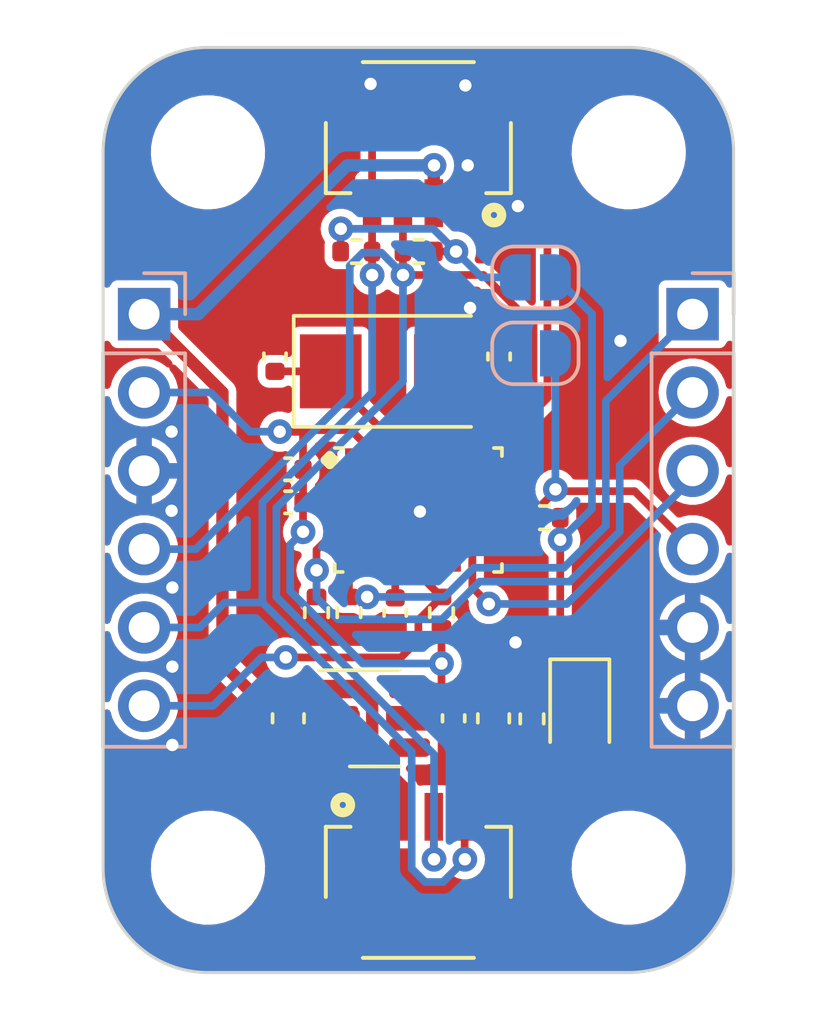
<source format=kicad_pcb>
(kicad_pcb (version 20221018) (generator pcbnew)
  (layers (0 "F.Cu" signal) (31 "B.Cu" signal) (34 "B.Paste" user) (35 "F.Paste" user) (36 "B.SilkS" user "B.Silkscreen") (37 "F.SilkS" user "F.Silkscreen") (38 "B.Mask" user) (39 "F.Mask" user) (44 "Edge.Cuts" user))
  (net 0 "")
  (net 1 "VDD")
  (net 2 "GND")
  (net 3 "+3V3")
  (net 4 "Net-(U1-CAP)")
  (net 5 "Net-(U1-XOUT32)")
  (net 6 "Net-(U1-XIN32)")
  (net 7 "Net-(D1-A)")
  (net 8 "/SDA")
  (net 9 "/SCL")
  (net 10 "/~{RST}")
  (net 11 "/PS0")
  (net 12 "/PS1")
  (net 13 "/INT")
  (net 14 "/I2C_ADDR")
  (net 25 "Net-(JP2-A)")
  (footprint "SM04B-SRSS-TB_LF__SN_:JST_SM04B-SRSS-TB_LF__SN_" (layer "F.Cu") (at 140.2842 87.5354 180)
    (fp_text reference "J3" hide)
    (fp_text value "I2C")
    (fp_line (start -3 0.325) (end -3 2.6) (stroke (width 0.127)) (layer "F.SilkS"))
    (fp_line (start -2.2 0.325) (end -3 0.325) (stroke (width 0.127)) (layer "F.SilkS"))
    (fp_line (start -1.8 4.575) (end 1.8 4.575) (stroke (width 0.127)) (layer "F.SilkS"))
    (fp_line (start 2.2 0.325) (end 3 0.325) (stroke (width 0.127)) (layer "F.SilkS"))
    (fp_line (start 3 0.325) (end 3 2.6) (stroke (width 0.127)) (layer "F.SilkS"))
    (fp_circle (center -2.45 -0.385) (end -2.35 -0.385) (stroke (width 0.3)) (fill none) (layer "F.SilkS"))
    (pad "1" smd rect (at -1.5 0 180) (size 0.6 1.55) (layers "F.Cu" "F.Paste" "F.Mask") (net 2 "GND"))
    (pad "2" smd rect (at -0.5 0 180) (size 0.6 1.55) (layers "F.Cu" "F.Paste" "F.Mask") (net 1 "VDD"))
    (pad "3" smd rect (at 0.5 0 180) (size 0.6 1.55) (layers "F.Cu" "F.Paste" "F.Mask") (net 8 "/SDA"))
    (pad "4" smd rect (at 1.5 0 180) (size 0.6 1.55) (layers "F.Cu" "F.Paste" "F.Mask") (net 9 "/SCL"))
    (pad "S1" smd rect (at -2.8 3.875) (size 1.2 1.8) (layers "F.Cu" "F.Paste" "F.Mask") (net 2 "GND"))
    (pad "S2" smd rect (at 2.8 3.875) (size 1.2 1.8) (layers "F.Cu" "F.Paste" "F.Mask") (net 2 "GND"))
  )
  (footprint "Resistor_SMD:R_0402_1005Metric" (layer "F.Cu") (at 141.0342 100.8146 90)
    (fp_text reference "R7" hide)
    (fp_text value "10K")
    (fp_line (start -0.153641 -0.38) (end 0.153641 -0.38) (stroke (width 0.12)) (layer "F.SilkS"))
    (fp_line (start -0.153641 0.38) (end 0.153641 0.38) (stroke (width 0.12)) (layer "F.SilkS"))
    (pad "1" smd roundrect (at -0.51 0 90) (size 0.54 0.64) (layers "F.Cu" "F.Paste" "F.Mask") (net 3 "+3V3"))
    (pad "2" smd roundrect (at 0.51 0 90) (size 0.54 0.64) (layers "F.Cu" "F.Paste" "F.Mask") (net 10 "/~{RST}"))
  )
  (footprint "MountingHole:MountingHole_3.2mm_M3" (layer "F.Cu") (at 147.1042 109.085)
    (fp_text reference "H4" hide)
    (fp_text value "MountingHole")
    (pad "" np_thru_hole circle (at 0 0) (size 3.2 3.2) (drill 3.2) (layers "*.Cu" "*.Mask"))
  )
  (footprint "Resistor_SMD:R_0402_1005Metric" (layer "F.Cu") (at 144.3736 97.7352 180)
    (fp_text reference "R3" hide)
    (fp_text value "10K")
    (fp_line (start -0.153641 -0.38) (end 0.153641 -0.38) (stroke (width 0.12)) (layer "F.SilkS"))
    (fp_line (start -0.153641 0.38) (end 0.153641 0.38) (stroke (width 0.12)) (layer "F.SilkS"))
    (pad "1" smd roundrect (at -0.51 0 180) (size 0.54 0.64) (layers "F.Cu" "F.Paste" "F.Mask") (net 3 "+3V3"))
    (pad "2" smd roundrect (at 0.51 0 180) (size 0.54 0.64) (layers "F.Cu" "F.Paste" "F.Mask") (net 14 "/I2C_ADDR"))
  )
  (footprint "Resistor_SMD:R_0402_1005Metric" (layer "F.Cu") (at 143.9672 104.259 -90)
    (fp_text reference "R4" hide)
    (fp_text value "2K2")
    (fp_line (start -0.153641 -0.38) (end 0.153641 -0.38) (stroke (width 0.12)) (layer "F.SilkS"))
    (fp_line (start -0.153641 0.38) (end 0.153641 0.38) (stroke (width 0.12)) (layer "F.SilkS"))
    (pad "1" smd roundrect (at -0.51 0 270) (size 0.54 0.64) (layers "F.Cu" "F.Paste" "F.Mask") (net 3 "+3V3"))
    (pad "2" smd roundrect (at 0.51 0 270) (size 0.54 0.64) (layers "F.Cu" "F.Paste" "F.Mask") (net 7 "Net-(D1-A)"))
  )
  (footprint "Capacitor_SMD:C_0402_1005Metric" (layer "F.Cu") (at 136.0658 97.2352 180)
    (fp_text reference "C5" hide)
    (fp_text value "100nF")
    (fp_line (start -0.107836 -0.36) (end 0.107836 -0.36) (stroke (width 0.12)) (layer "F.SilkS"))
    (fp_line (start -0.107836 0.36) (end 0.107836 0.36) (stroke (width 0.12)) (layer "F.SilkS"))
    (pad "1" smd roundrect (at -0.48 0 180) (size 0.56 0.62) (layers "F.Cu" "F.Paste" "F.Mask") (net 3 "+3V3"))
    (pad "2" smd roundrect (at 0.48 0 180) (size 0.56 0.62) (layers "F.Cu" "F.Paste" "F.Mask") (net 2 "GND"))
  )
  (footprint "SM04B-SRSS-TB_LF__SN_:JST_SM04B-SRSS-TB_LF__SN_" (layer "F.Cu") (at 140.2842 107.435)
    (fp_text reference "J4" hide)
    (fp_text value "I2C")
    (fp_line (start -3 0.325) (end -3 2.6) (stroke (width 0.127)) (layer "F.SilkS"))
    (fp_line (start -2.2 0.325) (end -3 0.325) (stroke (width 0.127)) (layer "F.SilkS"))
    (fp_line (start -1.8 4.575) (end 1.8 4.575) (stroke (width 0.127)) (layer "F.SilkS"))
    (fp_line (start 2.2 0.325) (end 3 0.325) (stroke (width 0.127)) (layer "F.SilkS"))
    (fp_line (start 3 0.325) (end 3 2.6) (stroke (width 0.127)) (layer "F.SilkS"))
    (fp_circle (center -2.45 -0.385) (end -2.35 -0.385) (stroke (width 0.3)) (fill none) (layer "F.SilkS"))
    (pad "1" smd rect (at -1.5 0) (size 0.6 1.55) (layers "F.Cu" "F.Paste" "F.Mask") (net 2 "GND"))
    (pad "2" smd rect (at -0.5 0) (size 0.6 1.55) (layers "F.Cu" "F.Paste" "F.Mask") (net 1 "VDD"))
    (pad "3" smd rect (at 0.5 0) (size 0.6 1.55) (layers "F.Cu" "F.Paste" "F.Mask") (net 8 "/SDA"))
    (pad "4" smd rect (at 1.5 0) (size 0.6 1.55) (layers "F.Cu" "F.Paste" "F.Mask") (net 9 "/SCL"))
    (pad "S1" smd rect (at -2.8 3.875 180) (size 1.2 1.8) (layers "F.Cu" "F.Paste" "F.Mask") (net 2 "GND"))
    (pad "S2" smd rect (at 2.8 3.875 180) (size 1.2 1.8) (layers "F.Cu" "F.Paste" "F.Mask") (net 2 "GND"))
  )
  (footprint "LED_SMD:LED_0805_2012Metric" (layer "F.Cu") (at 145.5166 104.013 -90)
    (fp_text reference "D1" hide)
    (fp_text value "LED")
    (fp_line (start -1.685 -0.96) (end -1.685 0.96) (stroke (width 0.12)) (layer "F.SilkS"))
    (fp_line (start -1.685 0.96) (end 1 0.96) (stroke (width 0.12)) (layer "F.SilkS"))
    (fp_line (start 1 -0.96) (end -1.685 -0.96) (stroke (width 0.12)) (layer "F.SilkS"))
    (pad "1" smd roundrect (at -0.9375 0 270) (size 0.975 1.4) (layers "F.Cu" "F.Paste" "F.Mask") (net 2 "GND"))
    (pad "2" smd roundrect (at 0.9375 0 270) (size 0.975 1.4) (layers "F.Cu" "F.Paste" "F.Mask") (net 7 "Net-(D1-A)"))
  )
  (footprint "Capacitor_SMD:C_0402_1005Metric" (layer "F.Cu") (at 142.9004 92.5094 90)
    (fp_text reference "C7" hide)
    (fp_text value "22p")
    (fp_line (start -0.107836 -0.36) (end 0.107836 -0.36) (stroke (width 0.12)) (layer "F.SilkS"))
    (fp_line (start -0.107836 0.36) (end 0.107836 0.36) (stroke (width 0.12)) (layer "F.SilkS"))
    (pad "1" smd roundrect (at -0.48 0 90) (size 0.56 0.62) (layers "F.Cu" "F.Paste" "F.Mask") (net 5 "Net-(U1-XOUT32)"))
    (pad "2" smd roundrect (at 0.48 0 90) (size 0.56 0.62) (layers "F.Cu" "F.Paste" "F.Mask") (net 2 "GND"))
  )
  (footprint "Resistor_SMD:R_0402_1005Metric" (layer "F.Cu") (at 140.2942 89.1032 180)
    (fp_text reference "R1" hide)
    (fp_text value "2K2")
    (fp_line (start -0.153641 -0.38) (end 0.153641 -0.38) (stroke (width 0.12)) (layer "F.SilkS"))
    (fp_line (start -0.153641 0.38) (end 0.153641 0.38) (stroke (width 0.12)) (layer "F.SilkS"))
    (pad "1" smd roundrect (at -0.51 0 180) (size 0.54 0.64) (layers "F.Cu" "F.Paste" "F.Mask") (net 25 "Net-(JP2-A)"))
    (pad "2" smd roundrect (at 0.51 0 180) (size 0.54 0.64) (layers "F.Cu" "F.Paste" "F.Mask") (net 8 "/SDA"))
  )
  (footprint "Crystal:Crystal_SMD_5032-2Pin_5.0x3.2mm" (layer "F.Cu") (at 139.2936 92.9894)
    (fp_text reference "Y1" hide)
    (fp_text value "32.768KHz")
    (fp_line (start -3.05 -1.8) (end -3.05 1.8) (stroke (width 0.12)) (layer "F.SilkS"))
    (fp_line (start -3.05 1.8) (end 2.7 1.8) (stroke (width 0.12)) (layer "F.SilkS"))
    (fp_line (start 2.7 -1.8) (end -3.05 -1.8) (stroke (width 0.12)) (layer "F.SilkS"))
    (pad "1" smd rect (at -1.85 0) (size 2 2.4) (layers "F.Cu" "F.Paste" "F.Mask") (net 6 "Net-(U1-XIN32)"))
    (pad "2" smd rect (at 1.85 0) (size 2 2.4) (layers "F.Cu" "F.Paste" "F.Mask") (net 5 "Net-(U1-XOUT32)"))
  )
  (footprint "Package_TO_SOT_SMD:SOT-23-5" (layer "F.Cu") (at 138.8618 104.2416)
    (fp_text reference "U2" hide)
    (fp_text value "AP2112K-3.3")
    (fp_line (start 0 -1.56) (end -1.8 -1.56) (stroke (width 0.12)) (layer "F.SilkS"))
    (fp_line (start 0 -1.56) (end 0.8 -1.56) (stroke (width 0.12)) (layer "F.SilkS"))
    (fp_line (start 0 1.56) (end -0.8 1.56) (stroke (width 0.12)) (layer "F.SilkS"))
    (fp_line (start 0 1.56) (end 0.8 1.56) (stroke (width 0.12)) (layer "F.SilkS"))
    (pad "1" smd roundrect (at -1.1375 -0.95) (size 1.325 0.6) (layers "F.Cu" "F.Paste" "F.Mask") (net 1 "VDD"))
    (pad "2" smd roundrect (at -1.1375 0) (size 1.325 0.6) (layers "F.Cu" "F.Paste" "F.Mask") (net 2 "GND"))
    (pad "3" smd roundrect (at -1.1375 0.95) (size 1.325 0.6) (layers "F.Cu" "F.Paste" "F.Mask") (net 1 "VDD"))
    (pad "4" smd roundrect (at 1.1375 0.95) (size 1.325 0.6) (layers "F.Cu" "F.Paste" "F.Mask"))
    (pad "5" smd roundrect (at 1.1375 -0.95) (size 1.325 0.6) (layers "F.Cu" "F.Paste" "F.Mask") (net 3 "+3V3"))
  )
  (footprint "Resistor_SMD:R_0402_1005Metric" (layer "F.Cu") (at 138.0342 100.8146 -90)
    (fp_text reference "R5" hide)
    (fp_text value "10K")
    (fp_line (start -0.153641 -0.38) (end 0.153641 -0.38) (stroke (width 0.12)) (layer "F.SilkS"))
    (fp_line (start -0.153641 0.38) (end 0.153641 0.38) (stroke (width 0.12)) (layer "F.SilkS"))
    (pad "1" smd roundrect (at -0.51 0 270) (size 0.54 0.64) (layers "F.Cu" "F.Paste" "F.Mask") (net 11 "/PS0"))
    (pad "2" smd roundrect (at 0.51 0 270) (size 0.54 0.64) (layers "F.Cu" "F.Paste" "F.Mask") (net 2 "GND"))
  )
  (footprint "MountingHole:MountingHole_3.2mm_M3" (layer "F.Cu") (at 147.1042 85.8854)
    (fp_text reference "H3" hide)
    (fp_text value "MountingHole")
    (pad "" np_thru_hole circle (at 0 0) (size 3.2 3.2) (drill 3.2) (layers "*.Cu" "*.Mask"))
  )
  (footprint "Capacitor_SMD:C_0402_1005Metric" (layer "F.Cu") (at 139.5342 100.8146 -90)
    (fp_text reference "C6" hide)
    (fp_text value "100nF")
    (fp_line (start -0.107836 -0.36) (end 0.107836 -0.36) (stroke (width 0.12)) (layer "F.SilkS"))
    (fp_line (start -0.107836 0.36) (end 0.107836 0.36) (stroke (width 0.12)) (layer "F.SilkS"))
    (pad "1" smd roundrect (at -0.48 0 270) (size 0.56 0.62) (layers "F.Cu" "F.Paste" "F.Mask") (net 4 "Net-(U1-CAP)"))
    (pad "2" smd roundrect (at 0.48 0 270) (size 0.56 0.62) (layers "F.Cu" "F.Paste" "F.Mask") (net 2 "GND"))
  )
  (footprint "MountingHole:MountingHole_3.2mm_M3" (layer "F.Cu") (at 133.4642 85.8854)
    (fp_text reference "H1" hide)
    (fp_text value "MountingHole")
    (pad "" np_thru_hole circle (at 0 0) (size 3.2 3.2) (drill 3.2) (layers "*.Cu" "*.Mask"))
  )
  (footprint "Capacitor_SMD:C_0603_1608Metric" (layer "F.Cu") (at 142.7226 104.2416 -90)
    (fp_text reference "C4" hide)
    (fp_text value "4u7")
    (fp_line (start -0.14058 -0.51) (end 0.14058 -0.51) (stroke (width 0.12)) (layer "F.SilkS"))
    (fp_line (start -0.14058 0.51) (end 0.14058 0.51) (stroke (width 0.12)) (layer "F.SilkS"))
    (pad "1" smd roundrect (at -0.775 0 270) (size 0.9 0.95) (layers "F.Cu" "F.Paste" "F.Mask") (net 3 "+3V3"))
    (pad "2" smd roundrect (at 0.775 0 270) (size 0.9 0.95) (layers "F.Cu" "F.Paste" "F.Mask") (net 2 "GND"))
  )
  (footprint "Capacitor_SMD:C_0402_1005Metric" (layer "F.Cu") (at 141.4272 104.2416 -90)
    (fp_text reference "C3" hide)
    (fp_text value "100nF")
    (fp_line (start -0.107836 -0.36) (end 0.107836 -0.36) (stroke (width 0.12)) (layer "F.SilkS"))
    (fp_line (start -0.107836 0.36) (end 0.107836 0.36) (stroke (width 0.12)) (layer "F.SilkS"))
    (pad "1" smd roundrect (at -0.48 0 270) (size 0.56 0.62) (layers "F.Cu" "F.Paste" "F.Mask") (net 3 "+3V3"))
    (pad "2" smd roundrect (at 0.48 0 270) (size 0.56 0.62) (layers "F.Cu" "F.Paste" "F.Mask") (net 2 "GND"))
  )
  (footprint "Package_LGA:LGA-28_5.2x3.8mm_P0.5mm" (layer "F.Cu") (at 140.2842 97.4852)
    (fp_text reference "U1" hide)
    (fp_text value "BNO055")
    (fp_line (start -2.71 -2.01) (end -2.45 -2.01) (stroke (width 0.12)) (layer "F.SilkS"))
    (fp_line (start -2.71 2.01) (end -2.71 1.75) (stroke (width 0.12)) (layer "F.SilkS"))
    (fp_line (start -2.71 2.01) (end -2.45 2.01) (stroke (width 0.12)) (layer "F.SilkS"))
    (fp_line (start 2.71 -2.01) (end 2.45 -2.01) (stroke (width 0.12)) (layer "F.SilkS"))
    (fp_line (start 2.71 -2.01) (end 2.71 -1.75) (stroke (width 0.12)) (layer "F.SilkS"))
    (fp_line (start 2.71 2.01) (end 2.45 2.01) (stroke (width 0.12)) (layer "F.SilkS"))
    (fp_line (start 2.71 2.01) (end 2.71 1.75) (stroke (width 0.12)) (layer "F.SilkS"))
    (pad "1" smd rect (at -2.25 -1.6625) (size 0.254 0.675) (layers "F.Cu" "F.Paste" "F.Mask"))
    (pad "2" smd rect (at -2.3875 -0.75 90) (size 0.254 0.675) (layers "F.Cu" "F.Paste" "F.Mask") (net 2 "GND"))
    (pad "3" smd rect (at -2.3875 -0.25 90) (size 0.254 0.675) (layers "F.Cu" "F.Paste" "F.Mask") (net 3 "+3V3"))
    (pad "4" smd rect (at -2.3875 0.25 90) (size 0.254 0.675) (layers "F.Cu" "F.Paste" "F.Mask") (net 3 "+3V3"))
    (pad "5" smd rect (at -2.3875 0.75 90) (size 0.254 0.675) (layers "F.Cu" "F.Paste" "F.Mask") (net 12 "/PS1"))
    (pad "6" smd rect (at -2.25 1.6625) (size 0.254 0.675) (layers "F.Cu" "F.Paste" "F.Mask") (net 11 "/PS0"))
    (pad "7" smd rect (at -1.75 1.6625) (size 0.254 0.675) (layers "F.Cu" "F.Paste" "F.Mask"))
    (pad "8" smd rect (at -1.25 1.6625) (size 0.254 0.675) (layers "F.Cu" "F.Paste" "F.Mask"))
    (pad "9" smd rect (at -0.75 1.6625) (size 0.254 0.675) (layers "F.Cu" "F.Paste" "F.Mask") (net 4 "Net-(U1-CAP)"))
    (pad "10" smd rect (at -0.25 1.6625) (size 0.254 0.675) (layers "F.Cu" "F.Paste" "F.Mask") (net 2 "GND"))
    (pad "11" smd rect (at 0.25 1.6625) (size 0.254 0.675) (layers "F.Cu" "F.Paste" "F.Mask") (net 10 "/~{RST}"))
    (pad "12" smd rect (at 0.75 1.6625) (size 0.254 0.675) (layers "F.Cu" "F.Paste" "F.Mask"))
    (pad "13" smd rect (at 1.25 1.6625) (size 0.254 0.675) (layers "F.Cu" "F.Paste" "F.Mask"))
    (pad "14" smd rect (at 1.75 1.6625) (size 0.254 0.675) (layers "F.Cu" "F.Paste" "F.Mask") (net 13 "/INT"))
    (pad "15" smd rect (at 2.25 1.6625) (size 0.254 0.675) (layers "F.Cu" "F.Paste" "F.Mask") (net 2 "GND"))
    (pad "16" smd rect (at 2.3875 0.75 90) (size 0.254 0.675) (layers "F.Cu" "F.Paste" "F.Mask") (net 2 "GND"))
    (pad "17" smd rect (at 2.3875 0.25 90) (size 0.254 0.675) (layers "F.Cu" "F.Paste" "F.Mask") (net 14 "/I2C_ADDR"))
    (pad "18" smd rect (at 2.3875 -0.25 90) (size 0.254 0.675) (layers "F.Cu" "F.Paste" "F.Mask") (net 2 "GND"))
    (pad "19" smd rect (at 2.3875 -0.75 90) (size 0.254 0.675) (layers "F.Cu" "F.Paste" "F.Mask") (net 9 "/SCL"))
    (pad "20" smd rect (at 2.25 -1.6625) (size 0.254 0.675) (layers "F.Cu" "F.Paste" "F.Mask") (net 8 "/SDA"))
    (pad "21" smd rect (at 1.75 -1.6625) (size 0.254 0.675) (layers "F.Cu" "F.Paste" "F.Mask"))
    (pad "22" smd rect (at 1.25 -1.6625) (size 0.254 0.675) (layers "F.Cu" "F.Paste" "F.Mask"))
    (pad "23" smd rect (at 0.75 -1.6625) (size 0.254 0.675) (layers "F.Cu" "F.Paste" "F.Mask"))
    (pad "24" smd rect (at 0.25 -1.6625) (size 0.254 0.675) (layers "F.Cu" "F.Paste" "F.Mask"))
    (pad "25" smd rect (at -0.25 -1.6625) (size 0.254 0.675) (layers "F.Cu" "F.Paste" "F.Mask") (net 2 "GND"))
    (pad "26" smd rect (at -0.75 -1.6625) (size 0.254 0.675) (layers "F.Cu" "F.Paste" "F.Mask") (net 5 "Net-(U1-XOUT32)"))
    (pad "27" smd rect (at -1.25 -1.6625) (size 0.254 0.675) (layers "F.Cu" "F.Paste" "F.Mask") (net 6 "Net-(U1-XIN32)"))
    (pad "28" smd rect (at -1.75 -1.6625) (size 0.254 0.675) (layers "F.Cu" "F.Paste" "F.Mask") (net 3 "+3V3"))
  )
  (footprint "Capacitor_SMD:C_0402_1005Metric" (layer "F.Cu") (at 136.0658 96.1644 180)
    (fp_text reference "C2" hide)
    (fp_text value "100nF")
    (fp_line (start -0.107836 -0.36) (end 0.107836 -0.36) (stroke (width 0.12)) (layer "F.SilkS"))
    (fp_line (start -0.107836 0.36) (end 0.107836 0.36) (stroke (width 0.12)) (layer "F.SilkS"))
    (pad "1" smd roundrect (at -0.48 0 180) (size 0.56 0.62) (layers "F.Cu" "F.Paste" "F.Mask") (net 3 "+3V3"))
    (pad "2" smd roundrect (at 0.48 0 180) (size 0.56 0.62) (layers "F.Cu" "F.Paste" "F.Mask") (net 2 "GND"))
  )
  (footprint "MountingHole:MountingHole_3.2mm_M3" (layer "F.Cu") (at 133.4642 109.085)
    (fp_text reference "H2" hide)
    (fp_text value "MountingHole")
    (pad "" np_thru_hole circle (at 0 0) (size 3.2 3.2) (drill 3.2) (layers "*.Cu" "*.Mask"))
  )
  (footprint "Capacitor_SMD:C_0603_1608Metric" (layer "F.Cu") (at 136.0678 104.2416 -90)
    (fp_text reference "C1" hide)
    (fp_text value "2u2")
    (fp_line (start -0.14058 -0.51) (end 0.14058 -0.51) (stroke (width 0.12)) (layer "F.SilkS"))
    (fp_line (start -0.14058 0.51) (end 0.14058 0.51) (stroke (width 0.12)) (layer "F.SilkS"))
    (pad "1" smd roundrect (at -0.775 0 270) (size 0.9 0.95) (layers "F.Cu" "F.Paste" "F.Mask") (net 1 "VDD"))
    (pad "2" smd roundrect (at 0.775 0 270) (size 0.9 0.95) (layers "F.Cu" "F.Paste" "F.Mask") (net 2 "GND"))
  )
  (footprint "Capacitor_SMD:C_0402_1005Metric" (layer "F.Cu") (at 135.636 92.5094 90)
    (fp_text reference "C8" hide)
    (fp_text value "22p")
    (fp_line (start -0.107836 -0.36) (end 0.107836 -0.36) (stroke (width 0.12)) (layer "F.SilkS"))
    (fp_line (start -0.107836 0.36) (end 0.107836 0.36) (stroke (width 0.12)) (layer "F.SilkS"))
    (pad "1" smd roundrect (at -0.48 0 90) (size 0.56 0.62) (layers "F.Cu" "F.Paste" "F.Mask") (net 6 "Net-(U1-XIN32)"))
    (pad "2" smd roundrect (at 0.48 0 90) (size 0.56 0.62) (layers "F.Cu" "F.Paste" "F.Mask") (net 2 "GND"))
  )
  (footprint "Resistor_SMD:R_0402_1005Metric" (layer "F.Cu") (at 138.2742 89.1032)
    (fp_text reference "R2" hide)
    (fp_text value "2K2")
    (fp_line (start -0.153641 -0.38) (end 0.153641 -0.38) (stroke (width 0.12)) (layer "F.SilkS"))
    (fp_line (start -0.153641 0.38) (end 0.153641 0.38) (stroke (width 0.12)) (layer "F.SilkS"))
    (pad "1" smd roundrect (at -0.51 0) (size 0.54 0.64) (layers "F.Cu" "F.Paste" "F.Mask") (net 25 "Net-(JP2-A)"))
    (pad "2" smd roundrect (at 0.51 0) (size 0.54 0.64) (layers "F.Cu" "F.Paste" "F.Mask") (net 9 "/SCL"))
  )
  (footprint "Resistor_SMD:R_0402_1005Metric" (layer "F.Cu") (at 136.9822 100.8146 -90)
    (fp_text reference "R6" hide)
    (fp_text value "10K")
    (fp_line (start -0.153641 -0.38) (end 0.153641 -0.38) (stroke (width 0.12)) (layer "F.SilkS"))
    (fp_line (start -0.153641 0.38) (end 0.153641 0.38) (stroke (width 0.12)) (layer "F.SilkS"))
    (pad "1" smd roundrect (at -0.51 0 270) (size 0.54 0.64) (layers "F.Cu" "F.Paste" "F.Mask") (net 12 "/PS1"))
    (pad "2" smd roundrect (at 0.51 0 270) (size 0.54 0.64) (layers "F.Cu" "F.Paste" "F.Mask") (net 2 "GND"))
  )
  (footprint "Jumper:SolderJumper-2_P1.3mm_Open_RoundedPad1.0x1.5mm" (layer "B.Cu") (at 144.077032 89.9414)
    (fp_text reference "JP2" hide)
    (fp_text value "JMP")
    (fp_line (start -1.4 -0.3) (end -1.4 0.3) (stroke (width 0.12)) (layer "B.SilkS"))
    (fp_line (start -0.7 1) (end 0.7 1) (stroke (width 0.12)) (layer "B.SilkS"))
    (fp_line (start 0.7 -1) (end -0.7 -1) (stroke (width 0.12)) (layer "B.SilkS"))
    (fp_line (start 1.4 0.3) (end 1.4 -0.3) (stroke (width 0.12)) (layer "B.SilkS"))
    (fp_arc (start -1.4 -0.3) (mid -1.194975 -0.794975) (end -0.7 -1) (stroke (width 0.12)) (layer "B.SilkS"))
    (fp_arc (start -0.7 1) (mid -1.194975 0.794975) (end -1.4 0.3) (stroke (width 0.12)) (layer "B.SilkS"))
    (fp_arc (start 0.7 -1) (mid 1.194975 -0.794975) (end 1.4 -0.3) (stroke (width 0.12)) (layer "B.SilkS"))
    (fp_arc (start 1.4 0.3) (mid 1.194975 0.794975) (end 0.7 1) (stroke (width 0.12)) (layer "B.SilkS"))
    (pad "1" smd custom (at -0.65 0) (size 1 0.5) (layers "B.Cu" "B.Mask") (net 25 "Net-(JP2-A)") (options (clearance outline) (anchor rect)) (primitives (gr_circle (center 0 -0.25) (end 0.5 -0.25) (width 0) (fill yes)) (gr_circle (center 0 0.25) (end 0.5 0.25) (width 0) (fill yes)) (gr_poly (pts (xy 0.5 -0.75) (xy 0 -0.75) (xy 0 0.75) (xy 0.5 0.75)) (width 0) (fill yes))))
    (pad "2" smd custom (at 0.65 0) (size 1 0.5) (layers "B.Cu" "B.Mask") (net 3 "+3V3") (options (clearance outline) (anchor rect)) (primitives (gr_circle (center 0 -0.25) (end 0.5 -0.25) (width 0) (fill yes)) (gr_circle (center 0 0.25) (end 0.5 0.25) (width 0) (fill yes)) (gr_poly (pts (xy 0 -0.75) (xy -0.5 -0.75) (xy -0.5 0.75) (xy 0 0.75)) (width 0) (fill yes))))
  )
  (footprint "Jumper:SolderJumper-2_P1.3mm_Open_RoundedPad1.0x1.5mm" (layer "B.Cu") (at 144.077032 92.4052)
    (fp_text reference "JP1" hide)
    (fp_text value "JMP")
    (fp_line (start -1.4 -0.3) (end -1.4 0.3) (stroke (width 0.12)) (layer "B.SilkS"))
    (fp_line (start -0.7 1) (end 0.7 1) (stroke (width 0.12)) (layer "B.SilkS"))
    (fp_line (start 0.7 -1) (end -0.7 -1) (stroke (width 0.12)) (layer "B.SilkS"))
    (fp_line (start 1.4 0.3) (end 1.4 -0.3) (stroke (width 0.12)) (layer "B.SilkS"))
    (fp_arc (start -1.4 -0.3) (mid -1.194975 -0.794975) (end -0.7 -1) (stroke (width 0.12)) (layer "B.SilkS"))
    (fp_arc (start -0.7 1) (mid -1.194975 0.794975) (end -1.4 0.3) (stroke (width 0.12)) (layer "B.SilkS"))
    (fp_arc (start 0.7 -1) (mid 1.194975 -0.794975) (end 1.4 -0.3) (stroke (width 0.12)) (layer "B.SilkS"))
    (fp_arc (start 1.4 0.3) (mid 1.194975 0.794975) (end 0.7 1) (stroke (width 0.12)) (layer "B.SilkS"))
    (pad "1" smd custom (at -0.65 0) (size 1 0.5) (layers "B.Cu" "B.Mask") (net 2 "GND") (options (clearance outline) (anchor rect)) (primitives (gr_circle (center 0 -0.25) (end 0.5 -0.25) (width 0) (fill yes)) (gr_circle (center 0 0.25) (end 0.5 0.25) (width 0) (fill yes)) (gr_poly (pts (xy 0.5 -0.75) (xy 0 -0.75) (xy 0 0.75) (xy 0.5 0.75)) (width 0) (fill yes))))
    (pad "2" smd custom (at 0.65 0) (size 1 0.5) (layers "B.Cu" "B.Mask") (net 14 "/I2C_ADDR") (options (clearance outline) (anchor rect)) (primitives (gr_circle (center 0 -0.25) (end 0.5 -0.25) (width 0) (fill yes)) (gr_circle (center 0 0.25) (end 0.5 0.25) (width 0) (fill yes)) (gr_poly (pts (xy 0 -0.75) (xy -0.5 -0.75) (xy -0.5 0.75) (xy 0 0.75)) (width 0) (fill yes))))
  )
  (footprint "Connector_PinHeader_2.54mm:PinHeader_1x06_P2.54mm_Vertical" (layer "B.Cu") (at 131.3942 91.1352 180)
    (fp_text reference "J1" hide)
    (fp_text value "Conn_01x06")
    (fp_line (start -1.33 -14.03) (end 1.33 -14.03) (stroke (width 0.12)) (layer "B.SilkS"))
    (fp_line (start -1.33 -1.27) (end -1.33 -14.03) (stroke (width 0.12)) (layer "B.SilkS"))
    (fp_line (start -1.33 -1.27) (end 1.33 -1.27) (stroke (width 0.12)) (layer "B.SilkS"))
    (fp_line (start -1.33 0) (end -1.33 1.33) (stroke (width 0.12)) (layer "B.SilkS"))
    (fp_line (start -1.33 1.33) (end 0 1.33) (stroke (width 0.12)) (layer "B.SilkS"))
    (fp_line (start 1.33 -1.27) (end 1.33 -14.03) (stroke (width 0.12)) (layer "B.SilkS"))
    (pad "1" thru_hole rect (at 0 0 180) (size 1.7 1.7) (drill 1) (layers "*.Cu" "*.Mask") (net 1 "VDD"))
    (pad "2" thru_hole oval (at 0 -2.54 180) (size 1.7 1.7) (drill 1) (layers "*.Cu" "*.Mask") (net 3 "+3V3"))
    (pad "3" thru_hole oval (at 0 -5.08 180) (size 1.7 1.7) (drill 1) (layers "*.Cu" "*.Mask") (net 2 "GND"))
    (pad "4" thru_hole oval (at 0 -7.62 180) (size 1.7 1.7) (drill 1) (layers "*.Cu" "*.Mask") (net 8 "/SDA"))
    (pad "5" thru_hole oval (at 0 -10.16 180) (size 1.7 1.7) (drill 1) (layers "*.Cu" "*.Mask") (net 9 "/SCL"))
    (pad "6" thru_hole oval (at 0 -12.7 180) (size 1.7 1.7) (drill 1) (layers "*.Cu" "*.Mask") (net 10 "/~{RST}"))
  )
  (footprint "Connector_PinHeader_2.54mm:PinHeader_1x06_P2.54mm_Vertical" (layer "B.Cu") (at 149.1742 91.1352 180)
    (fp_text reference "J2" hide)
    (fp_text value "Conn_01x06")
    (fp_line (start -1.33 -14.03) (end 1.33 -14.03) (stroke (width 0.12)) (layer "B.SilkS"))
    (fp_line (start -1.33 -1.27) (end -1.33 -14.03) (stroke (width 0.12)) (layer "B.SilkS"))
    (fp_line (start -1.33 -1.27) (end 1.33 -1.27) (stroke (width 0.12)) (layer "B.SilkS"))
    (fp_line (start -1.33 0) (end -1.33 1.33) (stroke (width 0.12)) (layer "B.SilkS"))
    (fp_line (start -1.33 1.33) (end 0 1.33) (stroke (width 0.12)) (layer "B.SilkS"))
    (fp_line (start 1.33 -1.27) (end 1.33 -14.03) (stroke (width 0.12)) (layer "B.SilkS"))
    (pad "1" thru_hole rect (at 0 0 180) (size 1.7 1.7) (drill 1) (layers "*.Cu" "*.Mask") (net 11 "/PS0"))
    (pad "2" thru_hole oval (at 0 -2.54 180) (size 1.7 1.7) (drill 1) (layers "*.Cu" "*.Mask") (net 12 "/PS1"))
    (pad "3" thru_hole oval (at 0 -5.08 180) (size 1.7 1.7) (drill 1) (layers "*.Cu" "*.Mask") (net 13 "/INT"))
    (pad "4" thru_hole oval (at 0 -7.62 180) (size 1.7 1.7) (drill 1) (layers "*.Cu" "*.Mask") (net 14 "/I2C_ADDR"))
    (pad "5" thru_hole oval (at 0 -10.16 180) (size 1.7 1.7) (drill 1) (layers "*.Cu" "*.Mask") (net 2 "GND"))
    (pad "6" thru_hole oval (at 0 -12.7 180) (size 1.7 1.7) (drill 1) (layers "*.Cu" "*.Mask") (net 2 "GND"))
  )
  (gr_arc (start 133.4642 112.485) (mid 131.060037 111.489163) (end 130.0642 109.085) (stroke (width 0.1)) (layer "Edge.Cuts"))
  (gr_line (start 133.4642 82.4854) (end 147.1042 82.4854) (stroke (width 0.1)) (layer "Edge.Cuts"))
  (gr_line (start 133.4642 112.485) (end 147.1042 112.485) (stroke (width 0.1)) (layer "Edge.Cuts"))
  (gr_arc (start 130.0642 85.8854) (mid 131.060037 83.481237) (end 133.4642 82.4854) (stroke (width 0.1)) (layer "Edge.Cuts"))
  (gr_arc (start 147.1042 82.4854) (mid 149.508363 83.481237) (end 150.5042 85.8854) (stroke (width 0.1)) (layer "Edge.Cuts"))
  (gr_line (start 150.5042 85.8854) (end 150.5042 109.085) (stroke (width 0.1)) (layer "Edge.Cuts"))
  (gr_line (start 130.0642 109.085) (end 130.0642 85.8854) (stroke (width 0.1)) (layer "Edge.Cuts"))
  (gr_arc (start 150.5042 109.085) (mid 149.508363 111.489163) (end 147.1042 112.485) (stroke (width 0.1)) (layer "Edge.Cuts"))
  (gr_text "." (at 136.4996 96.393) (layer "F.SilkS") (effects (font (size 3 3) (thickness 0.3) bold) (justify left bottom)))
  (segment (start 139.7842 107.435) (end 139.7842 106.4594) (width 0.4) (layer "F.Cu") (net 1))
  (segment (start 136.0678 103.4666) (end 136.2428 103.2916) (width 0.4) (layer "F.Cu") (net 1))
  (segment (start 138.386799 103.2916) (end 138.7868 103.691601) (width 0.4) (layer "F.Cu") (net 1))
  (segment (start 137.7243 103.2916) (end 138.386799 103.2916) (width 0.4) (layer "F.Cu") (net 1))
  (segment (start 138.7868 103.691601) (end 138.7868 104.9212) (width 0.4) (layer "F.Cu") (net 1))
  (segment (start 138.7868 104.9212) (end 138.5164 105.1916) (width 0.4) (layer "F.Cu") (net 1))
  (segment (start 138.5164 105.1916) (end 137.7243 105.1916) (width 0.4) (layer "F.Cu") (net 1))
  (segment (start 134.9372 103.4666) (end 136.0678 103.4666) (width 0.4) (layer "F.Cu") (net 1))
  (segment (start 139.7842 106.4594) (end 138.5164 105.1916) (width 0.4) (layer "F.Cu") (net 1))
  (segment (start 140.7842 87.5354) (end 140.7842 86.3172) (width 0.4) (layer "F.Cu") (net 1))
  (segment (start 131.3942 91.1352) (end 133.9342 93.6752) (width 0.4) (layer "F.Cu") (net 1))
  (segment (start 140.7842 86.3172) (end 140.7922 86.3092) (width 0.4) (layer "F.Cu") (net 1))
  (segment (start 133.9342 102.4636) (end 134.9372 103.4666) (width 0.4) (layer "F.Cu") (net 1))
  (segment (start 133.9342 93.6752) (end 133.9342 102.4636) (width 0.4) (layer "F.Cu") (net 1))
  (segment (start 136.2428 103.2916) (end 137.7243 103.2916) (width 0.4) (layer "F.Cu") (net 1))
  (via (at 140.7922 86.3092) (size 0.8) (drill 0.4) (layers "F.Cu" "B.Cu") (net 1))
  (segment (start 137.9728 86.3092) (end 133.1468 91.1352) (width 0.4) (layer "B.Cu") (net 1))
  (segment (start 133.1468 91.1352) (end 131.3942 91.1352) (width 0.4) (layer "B.Cu") (net 1))
  (segment (start 140.7922 86.3092) (end 137.9728 86.3092) (width 0.4) (layer "B.Cu") (net 1))
  (segment (start 143.33336 97.2352) (end 143.61676 96.9518) (width 0.25) (layer "F.Cu") (net 2))
  (segment (start 142.6717 97.2352) (end 143.33336 97.2352) (width 0.25) (layer "F.Cu") (net 2))
  (segment (start 143.61676 96.9518) (end 143.6624 96.9518) (width 0.25) (layer "F.Cu") (net 2))
  (via (at 132.3086 105.1052) (size 0.8) (drill 0.4) (layers "F.Cu" "B.Cu") (net 2))
  (via (at 132.2832 94.9452) (size 0.8) (drill 0.4) (layers "F.Cu" "B.Cu") (net 2))
  (via (at 140.335 97.536) (size 0.8) (drill 0.4) (layers "F.Cu" "B.Cu") (net 2))
  (via (at 132.2832 97.5106) (size 0.8) (drill 0.4) (layers "F.Cu" "B.Cu") (net 2))
  (via (at 141.8082 83.7184) (size 0.8) (drill 0.4) (layers "F.Cu" "B.Cu") (net 2))
  (via (at 138.7348 83.6676) (size 0.8) (drill 0.4) (layers "F.Cu" "B.Cu") (net 2))
  (via (at 143.51 87.63) (size 0.8) (drill 0.4) (layers "F.Cu" "B.Cu") (net 2))
  (via (at 143.4338 101.7778) (size 0.8) (drill 0.4) (layers "F.Cu" "B.Cu") (net 2))
  (via (at 132.3086 102.5652) (size 0.8) (drill 0.4) (layers "F.Cu" "B.Cu") (net 2))
  (via (at 132.3086 99.9998) (size 0.8) (drill 0.4) (layers "F.Cu" "B.Cu") (net 2))
  (via (at 141.8844 86.3092) (size 0.8) (drill 0.4) (layers "F.Cu" "B.Cu") (net 2))
  (via (at 146.8374 91.9988) (size 0.8) (drill 0.4) (layers "F.Cu" "B.Cu") (net 2))
  (via (at 141.9606 90.932) (size 0.8) (drill 0.4) (layers "F.Cu" "B.Cu") (net 2))
  (segment (start 141.4272 103.7616) (end 142.4276 103.7616) (width 0.4) (layer "F.Cu") (net 3))
  (segment (start 137.8967 97.2352) (end 136.5458 97.2352) (width 0.25) (layer "F.Cu") (net 3))
  (segment (start 136.5458 94.9498) (end 135.793 94.9498) (width 0.25) (layer "F.Cu") (net 3))
  (segment (start 136.5458 97.2352) (end 136.5458 98.1918) (width 0.25) (layer "F.Cu") (net 3))
  (segment (start 136.6012 94.8944) (end 136.5458 94.9498) (width 0.25) (layer "F.Cu") (net 3))
  (segment (start 144.8836 97.7352) (end 144.8836 98.4504) (width 0.25) (layer "F.Cu") (net 3))
  (segment (start 138.5342 95.8227) (end 138.5342 95.3288) (width 0.25) (layer "F.Cu") (net 3))
  (segment (start 140.9572 103.2916) (end 141.4272 103.7616) (width 0.4) (layer "F.Cu") (net 3))
  (segment (start 143.9672 103.749) (end 143.9672 103.113812) (width 0.25) (layer "F.Cu") (net 3))
  (segment (start 141.0342 103.2146) (end 140.9572 103.2916) (width 0.25) (layer "F.Cu") (net 3))
  (segment (start 143.005 103.749) (end 142.7226 103.4666) (width 0.25) (layer "F.Cu") (net 3))
  (segment (start 136.5458 96.1644) (end 136.5458 97.2352) (width 0.25) (layer "F.Cu") (net 3))
  (segment (start 139.9993 103.2916) (end 140.9572 103.2916) (width 0.4) (layer "F.Cu") (net 3))
  (segment (start 144.8836 102.197412) (end 144.8836 98.4504) (width 0.25) (layer "F.Cu") (net 3))
  (segment (start 138.5342 95.3288) (end 138.0998 94.8944) (width 0.25) (layer "F.Cu") (net 3))
  (segment (start 141.0342 101.3246) (end 141.0342 103.2146) (width 0.25) (layer "F.Cu") (net 3))
  (segment (start 138.0998 94.8944) (end 136.6012 94.8944) (width 0.25) (layer "F.Cu") (net 3))
  (segment (start 136.5458 98.1918) (end 136.546101 98.192101) (width 0.25) (layer "F.Cu") (net 3))
  (segment (start 143.9672 103.749) (end 143.005 103.749) (width 0.25) (layer "F.Cu") (net 3))
  (segment (start 137.8967 97.7352) (end 137.8967 97.2352) (width 0.25) (layer "F.Cu") (net 3))
  (segment (start 136.5458 94.9498) (end 136.5458 96.1644) (width 0.25) (layer "F.Cu") (net 3))
  (segment (start 142.4276 103.7616) (end 142.7226 103.4666) (width 0.4) (layer "F.Cu") (net 3))
  (segment (start 135.793 94.9498) (end 135.7884 94.9452) (width 0.25) (layer "F.Cu") (net 3))
  (segment (start 143.9672 103.113812) (end 144.8836 102.197412) (width 0.25) (layer "F.Cu") (net 3))
  (via (at 141.0342 102.4636) (size 0.8) (drill 0.4) (layers "F.Cu" "B.Cu") (net 3))
  (via (at 144.8836 98.4504) (size 0.8) (drill 0.4) (layers "F.Cu" "B.Cu") (net 3))
  (via (at 136.546101 98.192101) (size 0.8) (drill 0.4) (layers "F.Cu" "B.Cu") (net 3))
  (via (at 135.7884 94.9452) (size 0.8) (drill 0.4) (layers "F.Cu" "B.Cu") (net 3))
  (segment (start 133.5532 93.6752) (end 131.3942 93.6752) (width 0.25) (layer "B.Cu") (net 3))
  (segment (start 144.907 98.4504) (end 145.912 97.4454) (width 0.25) (layer "B.Cu") (net 3))
  (segment (start 144.8836 98.4504) (end 144.907 98.4504) (width 0.25) (layer "B.Cu") (net 3))
  (segment (start 136.546101 98.192101) (end 136.1296 98.608602) (width 0.25) (layer "B.Cu") (net 3))
  (segment (start 138.479404 102.4636) (end 141.0342 102.4636) (width 0.25) (layer "B.Cu") (net 3))
  (segment (start 145.912 91.126368) (end 144.727032 89.9414) (width 0.25) (layer "B.Cu") (net 3))
  (segment (start 135.7884 94.9452) (end 134.8232 94.9452) (width 0.25) (layer "B.Cu") (net 3))
  (segment (start 136.1296 98.608602) (end 136.1296 100.113796) (width 0.25) (layer "B.Cu") (net 3))
  (segment (start 145.912 97.4454) (end 145.912 91.126368) (width 0.25) (layer "B.Cu") (net 3))
  (segment (start 134.8232 94.9452) (end 133.5532 93.6752) (width 0.25) (layer "B.Cu") (net 3))
  (segment (start 136.1296 100.113796) (end 138.479404 102.4636) (width 0.25) (layer "B.Cu") (net 3))
  (segment (start 139.5342 99.1477) (end 139.5342 100.3346) (width 0.25) (layer "F.Cu") (net 4))
  (segment (start 142.9004 92.9894) (end 141.1436 92.9894) (width 0.25) (layer "F.Cu") (net 5))
  (segment (start 139.5342 95.8227) (end 139.5342 94.7554) (width 0.25) (layer "F.Cu") (net 5))
  (segment (start 139.5342 94.7554) (end 141.1436 93.146) (width 0.25) (layer "F.Cu") (net 5))
  (segment (start 141.1436 93.146) (end 141.1436 92.9894) (width 0.25) (layer "F.Cu") (net 5))
  (segment (start 139.0342 95.8227) (end 139.0342 94.8128) (width 0.25) (layer "F.Cu") (net 6))
  (segment (start 135.636 92.9894) (end 137.4436 92.9894) (width 0.25) (layer "F.Cu") (net 6))
  (segment (start 139.0342 94.8128) (end 137.4436 93.2222) (width 0.25) (layer "F.Cu") (net 6))
  (segment (start 137.4436 93.2222) (end 137.4436 92.9894) (width 0.25) (layer "F.Cu") (net 6))
  (segment (start 143.9672 104.769) (end 145.3351 104.769) (width 0.25) (layer "F.Cu") (net 7))
  (segment (start 145.3351 104.769) (end 145.5166 104.9505) (width 0.25) (layer "F.Cu") (net 7))
  (segment (start 139.7842 89.864297) (end 139.785103 89.8652) (width 0.25) (layer "F.Cu") (net 8))
  (segment (start 142.3924 89.8652) (end 139.785103 89.8652) (width 0.25) (layer "F.Cu") (net 8))
  (segment (start 144.018 91.4908) (end 142.3924 89.8652) (width 0.25) (layer "F.Cu") (net 8))
  (segment (start 139.7842 89.1032) (end 139.7842 89.864297) (width 0.25) (layer "F.Cu") (net 8))
  (segment (start 139.7842 87.5354) (end 139.7842 89.1032) (width 0.25) (layer "F.Cu") (net 8))
  (segment (start 142.5342 95.8227) (end 142.5342 95.159) (width 0.25) (layer "F.Cu") (net 8))
  (segment (start 140.7842 107.435) (end 140.7842 108.8056) (width 0.25) (layer "F.Cu") (net 8))
  (segment (start 142.5342 95.159) (end 144.018 93.6752) (width 0.25) (layer "F.Cu") (net 8))
  (segment (start 144.018 93.6752) (end 144.018 91.4908) (width 0.25) (layer "F.Cu") (net 8))
  (segment (start 140.7842 108.8056) (end 140.7922 108.8136) (width 0.25) (layer "F.Cu") (net 8))
  (via (at 140.7922 108.8136) (size 0.8) (drill 0.4) (layers "F.Cu" "B.Cu") (net 8))
  (via (at 139.785103 89.8652) (size 0.8) (drill 0.4) (layers "F.Cu" "B.Cu") (net 8))
  (segment (start 138.485295 89.1402) (end 139.085905 89.1402) (width 0.25) (layer "B.Cu") (net 8))
  (segment (start 140.7922 108.8136) (end 140.7922 105.412792) (width 0.25) (layer "B.Cu") (net 8))
  (segment (start 133.069204 98.7552) (end 138.0606 93.763804) (width 0.25) (layer "B.Cu") (net 8))
  (segment (start 139.785103 89.839398) (end 139.785103 89.8652) (width 0.25) (layer "B.Cu") (net 8))
  (segment (start 131.3942 98.7552) (end 133.069204 98.7552) (width 0.25) (layer "B.Cu") (net 8))
  (segment (start 140.7922 105.412792) (end 135.6796 100.300192) (width 0.25) (layer "B.Cu") (net 8))
  (segment (start 135.6796 100.300192) (end 135.6796 97.417596) (width 0.25) (layer "B.Cu") (net 8))
  (segment (start 139.785103 93.312093) (end 139.785103 89.8652) (width 0.25) (layer "B.Cu") (net 8))
  (segment (start 139.085905 89.1402) (end 139.785103 89.839398) (width 0.25) (layer "B.Cu") (net 8))
  (segment (start 138.0606 93.763804) (end 138.0606 89.564895) (width 0.25) (layer "B.Cu") (net 8))
  (segment (start 135.6796 97.417596) (end 139.785103 93.312093) (width 0.25) (layer "B.Cu") (net 8))
  (segment (start 138.0606 89.564895) (end 138.485295 89.1402) (width 0.25) (layer "B.Cu") (net 8))
  (segment (start 138.7842 89.8638) (end 138.7856 89.8652) (width 0.25) (layer "F.Cu") (net 9))
  (segment (start 141.7842 108.806097) (end 141.791703 108.8136) (width 0.25) (layer "F.Cu") (net 9))
  (segment (start 144.468 86.3274) (end 143.4084 85.2678) (width 0.25) (layer "F.Cu") (net 9))
  (segment (start 138.7842 89.1032) (end 138.7842 89.8638) (width 0.25) (layer "F.Cu") (net 9))
  (segment (start 142.6717 96.7352) (end 143.0916 96.7352) (width 0.25) (layer "F.Cu") (net 9))
  (segment (start 144.468 93.861596) (end 144.468 86.3274) (width 0.25) (layer "F.Cu") (net 9))
  (segment (start 138.7842 87.5354) (end 138.7842 89.1032) (width 0.25) (layer "F.Cu") (net 9))
  (segment (start 143.0916 96.7352) (end 143.3322 96.4946) (width 0.25) (layer "F.Cu") (net 9))
  (segment (start 143.3322 94.997396) (end 144.468 93.861596) (width 0.25) (layer "F.Cu") (net 9))
  (segment (start 139.2936 85.2678) (end 138.7842 85.7772) (width 0.25) (layer "F.Cu") (net 9))
  (segment (start 143.3322 96.4946) (end 143.3322 94.997396) (width 0.25) (layer "F.Cu") (net 9))
  (segment (start 138.7842 85.7772) (end 138.7842 87.5354) (width 0.25) (layer "F.Cu") (net 9))
  (segment (start 141.7842 107.435) (end 141.7842 108.806097) (width 0.25) (layer "F.Cu") (net 9))
  (segment (start 143.4084 85.2678) (end 139.2936 85.2678) (width 0.25) (layer "F.Cu") (net 9))
  (via (at 141.791703 108.8136) (size 0.8) (drill 0.4) (layers "F.Cu" "B.Cu") (net 9))
  (via (at 138.7856 89.8652) (size 0.8) (drill 0.4) (layers "F.Cu" "B.Cu") (net 9))
  (segment (start 133.1976 101.2952) (end 134.006212 100.486588) (width 0.25) (layer "B.Cu") (net 9))
  (segment (start 141.791703 108.8136) (end 141.791703 108.839402) (width 0.25) (layer "B.Cu") (net 9))
  (segment (start 140.0672 105.324188) (end 135.2296 100.486588) (width 0.25) (layer "B.Cu") (net 9))
  (segment (start 131.3942 101.2952) (end 133.1976 101.2952) (width 0.25) (layer "B.Cu") (net 9))
  (segment (start 141.791703 108.839402) (end 141.080905 109.5502) (width 0.25) (layer "B.Cu") (net 9))
  (segment (start 134.006212 100.486588) (end 135.2296 100.486588) (width 0.25) (layer "B.Cu") (net 9))
  (segment (start 140.503495 109.5502) (end 140.0672 109.113905) (width 0.25) (layer "B.Cu") (net 9))
  (segment (start 141.080905 109.5502) (end 140.503495 109.5502) (width 0.25) (layer "B.Cu") (net 9))
  (segment (start 135.2296 97.2312) (end 138.7856 93.6752) (width 0.25) (layer "B.Cu") (net 9))
  (segment (start 135.2296 100.486588) (end 135.2296 97.2312) (width 0.25) (layer "B.Cu") (net 9))
  (segment (start 138.7856 93.6752) (end 138.7856 89.8652) (width 0.25) (layer "B.Cu") (net 9))
  (segment (start 140.0672 109.113905) (end 140.0672 105.324188) (width 0.25) (layer "B.Cu") (net 9))
  (segment (start 140.5342 99.8046) (end 141.0342 100.3046) (width 0.25) (layer "F.Cu") (net 10))
  (segment (start 141.0342 100.3046) (end 140.2842 101.0546) (width 0.25) (layer "F.Cu") (net 10))
  (segment (start 139.719007 102.266793) (end 135.985207 102.266793) (width 0.25) (layer "F.Cu") (net 10))
  (segment (start 140.5342 99.1477) (end 140.5342 99.8046) (width 0.25) (layer "F.Cu") (net 10))
  (segment (start 140.2842 101.0546) (end 140.2842 101.7016) (width 0.25) (layer "F.Cu") (net 10))
  (segment (start 140.2842 101.7016) (end 139.719007 102.266793) (width 0.25) (layer "F.Cu") (net 10))
  (via (at 135.985207 102.266793) (size 0.8) (drill 0.4) (layers "F.Cu" "B.Cu") (net 10))
  (segment (start 133.6294 103.8352) (end 131.3942 103.8352) (width 0.25) (layer "B.Cu") (net 10))
  (segment (start 135.985207 102.266793) (end 135.197807 102.266793) (width 0.25) (layer "B.Cu") (net 10))
  (segment (start 135.197807 102.266793) (end 133.6294 103.8352) (width 0.25) (layer "B.Cu") (net 10))
  (segment (start 138.0342 99.1477) (end 138.0342 100.3046) (width 0.25) (layer "F.Cu") (net 11))
  (segment (start 138.0342 100.3046) (end 138.6242 100.3046) (width 0.25) (layer "F.Cu") (net 11))
  (segment (start 138.6242 100.3046) (end 138.6247 100.3051) (width 0.25) (layer "F.Cu") (net 11))
  (via (at 138.6247 100.3051) (size 0.8) (drill 0.4) (layers "F.Cu" "B.Cu") (net 11))
  (segment (start 138.6252 100.3046) (end 141.137099 100.3046) (width 0.25) (layer "B.Cu") (net 11))
  (segment (start 142.083499 99.3582) (end 145.001105 99.3582) (width 0.25) (layer "B.Cu") (net 11))
  (segment (start 141.137099 100.3046) (end 142.083499 99.3582) (width 0.25) (layer "B.Cu") (net 11))
  (segment (start 145.001105 99.3582) (end 146.362 97.997305) (width 0.25) (layer "B.Cu") (net 11))
  (segment (start 146.362 93.9474) (end 149.1742 91.1352) (width 0.25) (layer "B.Cu") (net 11))
  (segment (start 138.6247 100.3051) (end 138.6252 100.3046) (width 0.25) (layer "B.Cu") (net 11))
  (segment (start 146.362 97.997305) (end 146.362 93.9474) (width 0.25) (layer "B.Cu") (net 11))
  (segment (start 136.9822 100.3046) (end 136.9822 99.441) (width 0.25) (layer "F.Cu") (net 12))
  (segment (start 137.5276 98.2352) (end 136.9822 98.7806) (width 0.25) (layer "F.Cu") (net 12))
  (segment (start 136.9822 98.7806) (end 136.9822 99.441) (width 0.25) (layer "F.Cu") (net 12))
  (segment (start 137.8967 98.2352) (end 137.5276 98.2352) (width 0.25) (layer "F.Cu") (net 12))
  (via (at 136.9822 99.441) (size 0.8) (drill 0.4) (layers "F.Cu" "B.Cu") (net 12))
  (segment (start 136.9822 100.33) (end 136.9822 99.441) (width 0.25) (layer "B.Cu") (net 12))
  (segment (start 145.187501 99.8082) (end 142.269895 99.8082) (width 0.25) (layer "B.Cu") (net 12))
  (segment (start 142.269895 99.8082) (end 141.047995 101.0301) (width 0.25) (layer "B.Cu") (net 12))
  (segment (start 137.6823 101.0301) (end 136.9822 100.33) (width 0.25) (layer "B.Cu") (net 12))
  (segment (start 146.812 96.0374) (end 146.812 98.183701) (width 0.25) (layer "B.Cu") (net 12))
  (segment (start 141.047995 101.0301) (end 137.6823 101.0301) (width 0.25) (layer "B.Cu") (net 12))
  (segment (start 146.812 98.183701) (end 145.187501 99.8082) (width 0.25) (layer "B.Cu") (net 12))
  (segment (start 149.1742 93.6752) (end 146.812 96.0374) (width 0.25) (layer "B.Cu") (net 12))
  (segment (start 142.0342 99.9972) (end 142.5702 100.5332) (width 0.25) (layer "F.Cu") (net 13))
  (segment (start 142.0342 99.1477) (end 142.0342 99.9972) (width 0.25) (layer "F.Cu") (net 13))
  (via (at 142.5702 100.5332) (size 0.8) (drill 0.4) (layers "F.Cu" "B.Cu") (net 13))
  (segment (start 149.1742 96.457897) (end 149.1742 96.2152) (width 0.25) (layer "B.Cu") (net 13))
  (segment (start 145.098897 100.5332) (end 149.1742 96.457897) (width 0.25) (layer "B.Cu") (net 13))
  (segment (start 142.5702 100.5332) (end 145.098897 100.5332) (width 0.25) (layer "B.Cu") (net 13))
  (segment (start 144.7232 96.8756) (end 147.2946 96.8756) (width 0.25) (layer "F.Cu") (net 14))
  (segment (start 147.2946 96.8756) (end 149.1742 98.7552) (width 0.25) (layer "F.Cu") (net 14))
  (segment (start 144.7232 96.81959) (end 144.727032 96.815758) (width 0.25) (layer "F.Cu") (net 14))
  (segment (start 143.8636 97.7352) (end 144.7232 96.8756) (width 0.25) (layer "F.Cu") (net 14))
  (segment (start 144.7232 96.8756) (end 144.7232 96.81959) (width 0.25) (layer "F.Cu") (net 14))
  (segment (start 143.8636 97.7352) (end 142.6717 97.7352) (width 0.25) (layer "F.Cu") (net 14))
  (via (at 144.727032 96.815758) (size 0.8) (drill 0.4) (layers "F.Cu" "B.Cu") (net 14))
  (segment (start 144.727032 92.4052) (end 144.727032 96.815758) (width 0.25) (layer "B.Cu") (net 14))
  (segment (start 137.7642 88.372) (end 137.7696 88.3666) (width 0.25) (layer "F.Cu") (net 25))
  (segment (start 140.8042 89.1032) (end 141.5034 89.1032) (width 0.25) (layer "F.Cu") (net 25))
  (segment (start 137.7642 89.1032) (end 137.7642 88.372) (width 0.25) (layer "F.Cu") (net 25))
  (via (at 137.7696 88.3666) (size 0.8) (drill 0.4) (layers "F.Cu" "B.Cu") (net 25))
  (via (at 141.5034 89.1032) (size 0.8) (drill 0.4) (layers "F.Cu" "B.Cu") (net 25))
  (segment (start 141.5034 89.1032) (end 142.3416 89.9414) (width 0.25) (layer "B.Cu") (net 25))
  (segment (start 140.7668 88.3666) (end 141.5034 89.1032) (width 0.25) (layer "B.Cu") (net 25))
  (segment (start 142.3416 89.9414) (end 143.427032 89.9414) (width 0.25) (layer "B.Cu") (net 25))
  (segment (start 137.7696 88.3666) (end 140.7668 88.3666) (width 0.25) (layer "B.Cu") (net 25))
  (zone (net 2) (net_name "GND") (layer "F.Cu") (connect_pads thru_hole_only (clearance 0.25)) (min_thickness 0.25) (fill yes (thermal_gap 0.25) (thermal_bridge_width 0.5))
    (polygon (pts (arc (start 133.4642 82.4854) (mid 131.060037 83.481237) (end 130.0642 85.8854)) (arc (start 130.0642 109.085) (mid 131.060037 111.489163) (end 133.4642 112.485)) (arc (start 147.1042 112.485) (mid 149.508363 111.489163) (end 150.5042 109.085)) (arc (start 150.5042 85.8854) (mid 149.508363 83.481237) (end 147.1042 82.4854))))
  )
  (zone (net 2) (net_name "GND") (layer "B.Cu") (connect_pads thru_hole_only (clearance 0.25)) (min_thickness 0.25) (fill yes (thermal_gap 0.25) (thermal_bridge_width 0.5))
    (polygon (pts (arc (start 133.4642 82.4854) (mid 131.060037 83.481237) (end 130.0642 85.8854)) (arc (start 130.0642 109.085) (mid 131.060037 111.489163) (end 133.4642 112.485)) (arc (start 147.1042 112.485) (mid 149.508363 111.489163) (end 150.5042 109.085)) (arc (start 150.5042 85.8854) (mid 149.508363 83.481237) (end 147.1042 82.4854))))
  )
)
</source>
